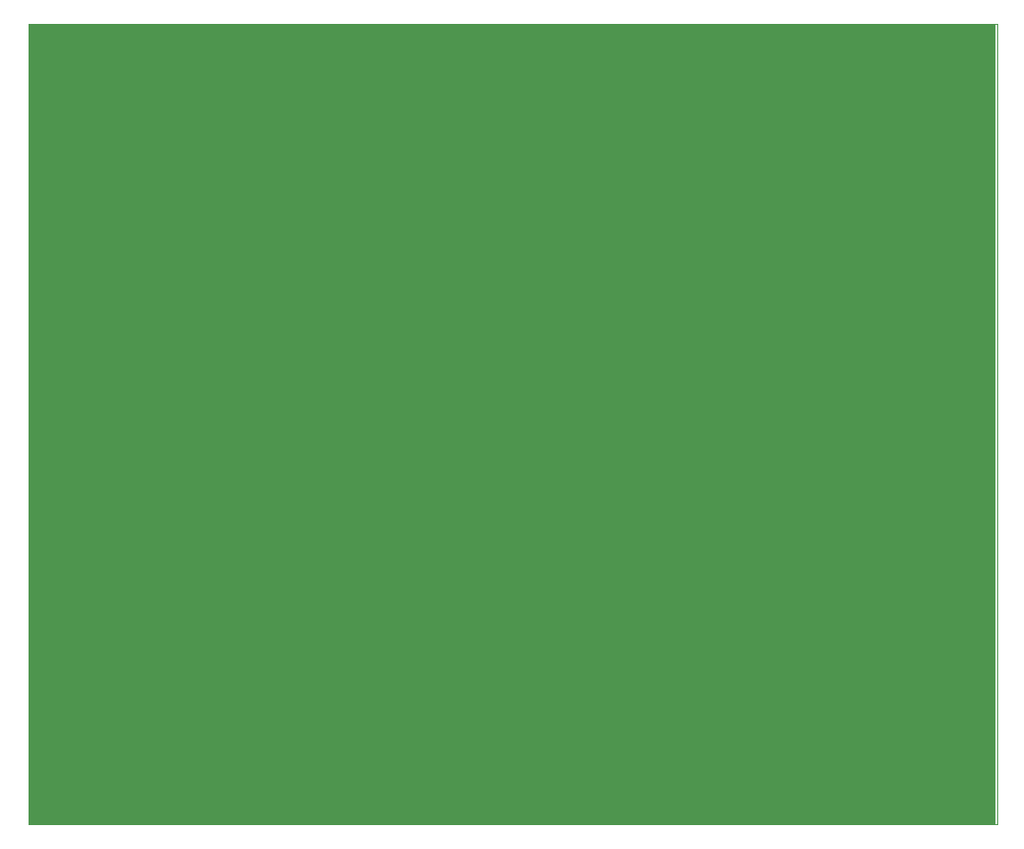
<source format=gbr>
%TF.GenerationSoftware,KiCad,Pcbnew,(6.0.5)*%
%TF.CreationDate,2022-11-22T17:26:59+01:00*%
%TF.ProjectId,VFOsys_FCY_2,56464f73-7973-45f4-9643-595f322e6b69,rev?*%
%TF.SameCoordinates,Original*%
%TF.FileFunction,Soldermask,Top*%
%TF.FilePolarity,Negative*%
%FSLAX45Y45*%
G04 Gerber Fmt 4.5, Leading zero omitted, Abs format (unit mm)*
G04 Created by KiCad (PCBNEW (6.0.5)) date 2022-11-22 17:26:59*
%MOMM*%
%LPD*%
G01*
G04 APERTURE LIST*
G04 Aperture macros list*
%AMRoundRect*
0 Rectangle with rounded corners*
0 $1 Rounding radius*
0 $2 $3 $4 $5 $6 $7 $8 $9 X,Y pos of 4 corners*
0 Add a 4 corners polygon primitive as box body*
4,1,4,$2,$3,$4,$5,$6,$7,$8,$9,$2,$3,0*
0 Add four circle primitives for the rounded corners*
1,1,$1+$1,$2,$3*
1,1,$1+$1,$4,$5*
1,1,$1+$1,$6,$7*
1,1,$1+$1,$8,$9*
0 Add four rect primitives between the rounded corners*
20,1,$1+$1,$2,$3,$4,$5,0*
20,1,$1+$1,$4,$5,$6,$7,0*
20,1,$1+$1,$6,$7,$8,$9,0*
20,1,$1+$1,$8,$9,$2,$3,0*%
G04 Aperture macros list end*
%TA.AperFunction,Profile*%
%ADD10C,0.100000*%
%TD*%
%ADD11R,1.700000X1.700000*%
%ADD12O,1.700000X1.700000*%
%ADD13C,1.600000*%
%ADD14R,3.000000X3.000000*%
%ADD15C,3.000000*%
%ADD16O,3.500000X3.500000*%
%ADD17R,2.000000X1.905000*%
%ADD18O,2.000000X1.905000*%
%ADD19RoundRect,0.400000X-0.400000X-0.400000X0.400000X-0.400000X0.400000X0.400000X-0.400000X0.400000X0*%
%ADD20R,2.200000X2.200000*%
%ADD21O,2.200000X2.200000*%
%ADD22C,1.400000*%
%ADD23R,1.600000X1.600000*%
%ADD24O,1.600000X1.600000*%
%ADD25R,1.560000X1.560000*%
%ADD26C,1.560000*%
%ADD27C,1.562100*%
%ADD28C,0.800000*%
G04 APERTURE END LIST*
D10*
X10160000Y-13843000D02*
X10160000Y-6477000D01*
X19062700Y-6477000D02*
X19062700Y-13843000D01*
X10160000Y-6477000D02*
X19062700Y-6477000D01*
X19062700Y-13843000D02*
X10160000Y-13843000D01*
D11*
%TO.C,J5*%
X13761524Y-11617637D03*
D12*
X13507524Y-11617637D03*
%TD*%
D13*
%TO.C,C10*%
X15621000Y-13017500D03*
X15621000Y-12517500D03*
%TD*%
D11*
%TO.C,J3*%
X16129000Y-12065500D03*
D12*
X16129000Y-12319500D03*
X16129000Y-12573500D03*
X16129000Y-12827500D03*
X16129000Y-13081500D03*
%TD*%
D14*
%TO.C,J11*%
X11788526Y-11427137D03*
D15*
X11288526Y-11427137D03*
%TD*%
D11*
%TO.C,J8*%
X16827500Y-13081000D03*
D12*
X16827500Y-12827000D03*
X16827500Y-12573000D03*
X16827500Y-12319000D03*
X16827500Y-12065000D03*
X16827500Y-11811000D03*
%TD*%
D14*
%TO.C,J1*%
X11788526Y-12125637D03*
D15*
X11288526Y-12125637D03*
%TD*%
D16*
%TO.C,U1*%
X14758026Y-12760637D03*
D17*
X13092026Y-12506637D03*
D18*
X13092026Y-12760637D03*
X13092026Y-13014637D03*
%TD*%
D11*
%TO.C,J4*%
X17063027Y-8696637D03*
D12*
X17063027Y-8950637D03*
X17063027Y-9204637D03*
X17063027Y-9458637D03*
X17063027Y-9712637D03*
X17063027Y-9966637D03*
X17063027Y-10220637D03*
%TD*%
D13*
%TO.C,SW1*%
X11476025Y-13141637D03*
X11476025Y-12633637D03*
D19*
X11984025Y-13141637D03*
D13*
X11984025Y-12887637D03*
X11984025Y-12633637D03*
%TD*%
D20*
%TO.C,D1*%
X12554527Y-12125637D03*
D21*
X12554527Y-13141637D03*
%TD*%
D22*
%TO.C,C8*%
X14670499Y-11935137D03*
X14920499Y-11935137D03*
%TD*%
D13*
%TO.C,C2*%
X12618027Y-11679138D03*
X12618027Y-11429138D03*
%TD*%
%TO.C,C3*%
X16129000Y-7618000D03*
X16129000Y-7368000D03*
%TD*%
%TO.C,C5*%
X10840027Y-7478403D03*
X10840027Y-7228403D03*
%TD*%
D23*
%TO.C,RN1*%
X14541500Y-7493000D03*
D24*
X14287500Y-7493000D03*
X14033500Y-7493000D03*
X13779500Y-7493000D03*
X13525500Y-7493000D03*
X13271500Y-7493000D03*
X13017500Y-7493000D03*
X12763500Y-7493000D03*
X12509500Y-7493000D03*
X12255500Y-7493000D03*
X12001500Y-7493000D03*
%TD*%
D13*
%TO.C,C1*%
X13134025Y-11998637D03*
X13634025Y-11998637D03*
%TD*%
D22*
%TO.C,C9*%
X13507027Y-11173137D03*
X13757027Y-11173137D03*
%TD*%
%TO.C,C7*%
X16254001Y-11049000D03*
X16004001Y-11049000D03*
%TD*%
D13*
%TO.C,R3*%
X15557500Y-11239500D03*
D24*
X14287500Y-11239500D03*
%TD*%
D13*
%TO.C,C6*%
X11475027Y-7676639D03*
X11475027Y-7176639D03*
%TD*%
D25*
%TO.C,U2*%
X14930000Y-8128000D03*
D26*
X14676000Y-8128000D03*
X14422000Y-8128000D03*
X14168000Y-8128000D03*
X13914000Y-8128000D03*
X13660000Y-8128000D03*
X13406000Y-8128000D03*
X13152000Y-8128000D03*
X12898000Y-8128000D03*
X12644001Y-8128000D03*
D27*
X12390001Y-8128000D03*
X12136001Y-8128000D03*
D26*
X11882000Y-8128000D03*
X11628000Y-8128000D03*
X11374000Y-8128000D03*
X11120000Y-8128000D03*
X10866000Y-8128000D03*
X10612000Y-8128000D03*
X10358000Y-8128000D03*
X14930000Y-10668000D03*
X14676000Y-10668000D03*
X14422000Y-10668000D03*
X14168000Y-10668000D03*
X13914000Y-10668000D03*
X13660000Y-10668000D03*
X13406000Y-10668000D03*
X13152000Y-10668000D03*
X12898000Y-10668000D03*
X12644000Y-10668000D03*
X12390001Y-10668000D03*
X12136001Y-10668000D03*
X11882000Y-10668000D03*
X11628000Y-10668000D03*
X11374000Y-10668000D03*
X11120000Y-10668000D03*
X10866000Y-10668000D03*
X10612000Y-10668000D03*
X10358000Y-10668000D03*
%TD*%
D11*
%TO.C,J2*%
X16237527Y-8507639D03*
D12*
X16237527Y-8761639D03*
X16237527Y-9015639D03*
X16237527Y-9269639D03*
X16237527Y-9523639D03*
X16237527Y-9777639D03*
X16237527Y-10031639D03*
X16237527Y-10285639D03*
%TD*%
D13*
%TO.C,C4*%
X14986000Y-7493000D03*
X15486000Y-7493000D03*
%TD*%
D28*
X15240000Y-10287000D03*
X12509500Y-10287000D03*
X13271500Y-8890000D03*
X14414500Y-9398000D03*
X15113000Y-11684000D03*
X15113000Y-10414000D03*
X12636500Y-9017000D03*
X13017500Y-10033000D03*
G36*
X19044212Y-6479000D02*
G01*
X19048861Y-6484366D01*
X19050000Y-6489600D01*
X19050000Y-13830400D01*
X19048000Y-13837212D01*
X19042634Y-13841861D01*
X19037400Y-13843000D01*
X10172600Y-13843000D01*
X10165788Y-13841000D01*
X10161139Y-13835634D01*
X10160000Y-13830400D01*
X10160000Y-6489600D01*
X10162000Y-6482788D01*
X10167366Y-6478139D01*
X10172600Y-6477000D01*
X19037400Y-6477000D01*
X19044212Y-6479000D01*
G37*
M02*

</source>
